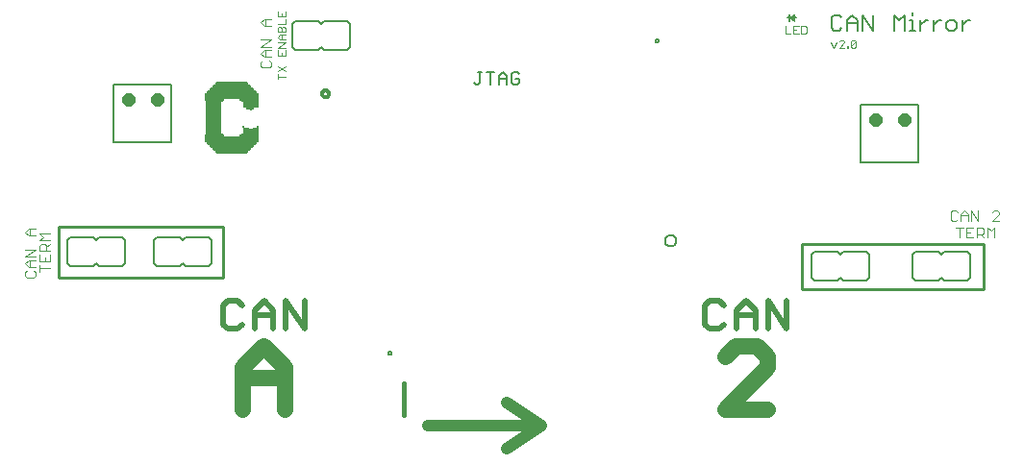
<source format=gto>
G75*
G70*
%OFA0B0*%
%FSLAX24Y24*%
%IPPOS*%
%LPD*%
%AMOC8*
5,1,8,0,0,1.08239X$1,22.5*
%
%ADD10C,0.0200*%
%ADD11C,0.0550*%
%ADD12C,0.0394*%
%ADD13C,0.0040*%
%ADD14C,0.0098*%
%ADD15C,0.0050*%
%ADD16C,0.0030*%
%ADD17C,0.0060*%
%ADD18C,0.0031*%
%ADD19C,0.0236*%
%ADD20C,0.0118*%
%ADD21C,0.0150*%
%ADD22R,0.1050X0.0050*%
%ADD23R,0.1150X0.0050*%
%ADD24R,0.1250X0.0050*%
%ADD25R,0.1350X0.0050*%
%ADD26R,0.1450X0.0050*%
%ADD27R,0.1550X0.0050*%
%ADD28R,0.1650X0.0050*%
%ADD29R,0.1750X0.0050*%
%ADD30R,0.1850X0.0050*%
%ADD31R,0.0650X0.0050*%
%ADD32R,0.0600X0.0050*%
%ADD33R,0.0550X0.0050*%
%ADD34R,0.0200X0.0050*%
%ADD35R,0.0050X0.0050*%
%ADD36R,0.0100X0.0050*%
%ADD37R,0.0300X0.0050*%
%ADD38R,0.1100X0.0050*%
D10*
X033594Y006194D02*
X033757Y006031D01*
X034085Y006031D01*
X034248Y006194D01*
X034681Y006031D02*
X034681Y006685D01*
X035009Y007013D01*
X035336Y006685D01*
X035336Y006031D01*
X035769Y006031D02*
X035769Y007013D01*
X036423Y006031D01*
X036423Y007013D01*
X035336Y006522D02*
X034681Y006522D01*
X033594Y006849D02*
X033594Y006194D01*
X033594Y006849D02*
X033757Y007013D01*
X034085Y007013D01*
X034248Y006849D01*
X050307Y006849D02*
X050307Y006194D01*
X050471Y006031D01*
X050798Y006031D01*
X050962Y006194D01*
X051395Y006031D02*
X051395Y006685D01*
X051722Y007013D01*
X052049Y006685D01*
X052049Y006031D01*
X052482Y006031D02*
X052482Y007013D01*
X053137Y006031D01*
X053137Y007013D01*
X052049Y006522D02*
X051395Y006522D01*
X050962Y006849D02*
X050798Y007013D01*
X050471Y007013D01*
X050307Y006849D01*
D11*
X051350Y005441D02*
X050982Y005073D01*
X051350Y005441D02*
X052086Y005441D01*
X052454Y005073D01*
X052454Y004705D01*
X050982Y003233D01*
X052454Y003233D01*
X035734Y003233D02*
X035734Y004705D01*
X034998Y005441D01*
X034262Y004705D01*
X034262Y003233D01*
X034262Y004337D02*
X035734Y004337D01*
D12*
X040680Y002683D02*
X044617Y002683D01*
X043436Y003470D01*
X044617Y002683D02*
X043436Y001895D01*
D13*
X026783Y007821D02*
X026724Y007880D01*
X026724Y007998D01*
X026783Y008057D01*
X026842Y008183D02*
X026724Y008301D01*
X026842Y008419D01*
X027078Y008419D01*
X027078Y008546D02*
X026724Y008546D01*
X027078Y008782D01*
X026724Y008782D01*
X026901Y008419D02*
X026901Y008183D01*
X026842Y008183D02*
X027078Y008183D01*
X027019Y008057D02*
X027078Y007998D01*
X027078Y007880D01*
X027019Y007821D01*
X026783Y007821D01*
X027236Y008022D02*
X027236Y008258D01*
X027236Y008140D02*
X027590Y008140D01*
X027590Y008384D02*
X027236Y008384D01*
X027236Y008620D01*
X027236Y008747D02*
X027236Y008924D01*
X027295Y008983D01*
X027413Y008983D01*
X027472Y008924D01*
X027472Y008747D01*
X027472Y008865D02*
X027590Y008983D01*
X027590Y009109D02*
X027236Y009109D01*
X027354Y009227D01*
X027236Y009345D01*
X027590Y009345D01*
X027078Y009271D02*
X026842Y009271D01*
X026724Y009389D01*
X026842Y009507D01*
X027078Y009507D01*
X026901Y009507D02*
X026901Y009271D01*
X027236Y008747D02*
X027590Y008747D01*
X027590Y008620D02*
X027590Y008384D01*
X027413Y008384D02*
X027413Y008502D01*
X034893Y015163D02*
X034952Y015104D01*
X035188Y015104D01*
X035247Y015163D01*
X035247Y015281D01*
X035188Y015340D01*
X035247Y015467D02*
X035011Y015467D01*
X034893Y015585D01*
X035011Y015703D01*
X035247Y015703D01*
X035247Y015829D02*
X034893Y015829D01*
X035247Y016065D01*
X034893Y016065D01*
X035070Y015703D02*
X035070Y015467D01*
X034952Y015340D02*
X034893Y015281D01*
X034893Y015163D01*
X035011Y016554D02*
X034893Y016672D01*
X035011Y016790D01*
X035247Y016790D01*
X035070Y016790D02*
X035070Y016554D01*
X035011Y016554D02*
X035247Y016554D01*
X058811Y010084D02*
X058811Y009848D01*
X058870Y009789D01*
X058988Y009789D01*
X059047Y009848D01*
X059173Y009789D02*
X059173Y010025D01*
X059291Y010143D01*
X059409Y010025D01*
X059409Y009789D01*
X059536Y009789D02*
X059536Y010143D01*
X059771Y009789D01*
X059771Y010143D01*
X059409Y009966D02*
X059173Y009966D01*
X059047Y010084D02*
X058988Y010143D01*
X058870Y010143D01*
X058811Y010084D01*
X059007Y009553D02*
X059243Y009553D01*
X059125Y009553D02*
X059125Y009199D01*
X059370Y009199D02*
X059370Y009553D01*
X059606Y009553D01*
X059732Y009553D02*
X059909Y009553D01*
X059968Y009494D01*
X059968Y009376D01*
X059909Y009317D01*
X059732Y009317D01*
X059732Y009199D02*
X059732Y009553D01*
X059850Y009317D02*
X059968Y009199D01*
X060095Y009199D02*
X060095Y009553D01*
X060213Y009435D01*
X060331Y009553D01*
X060331Y009199D01*
X059606Y009199D02*
X059370Y009199D01*
X059370Y009376D02*
X059488Y009376D01*
X060260Y009789D02*
X060496Y010025D01*
X060496Y010084D01*
X060437Y010143D01*
X060319Y010143D01*
X060260Y010084D01*
X060260Y009789D02*
X060496Y009789D01*
D14*
X059972Y008982D02*
X059972Y007407D01*
X053672Y007407D01*
X053672Y008982D01*
X059972Y008982D01*
X033594Y009573D02*
X033594Y007801D01*
X027885Y007801D01*
X027885Y009573D01*
X033594Y009573D01*
D15*
X031807Y012502D02*
X029807Y012502D01*
X029807Y014502D01*
X031807Y014502D01*
X031807Y012502D01*
X042280Y014589D02*
X042351Y014519D01*
X042421Y014519D01*
X042491Y014589D01*
X042491Y014942D01*
X042421Y014942D02*
X042562Y014942D01*
X042715Y014942D02*
X042997Y014942D01*
X042856Y014942D02*
X042856Y014519D01*
X043150Y014519D02*
X043150Y014801D01*
X043291Y014942D01*
X043432Y014801D01*
X043432Y014519D01*
X043585Y014589D02*
X043656Y014519D01*
X043796Y014519D01*
X043867Y014589D01*
X043867Y014730D01*
X043726Y014730D01*
X043585Y014871D02*
X043585Y014589D01*
X043432Y014730D02*
X043150Y014730D01*
X043585Y014871D02*
X043656Y014942D01*
X043796Y014942D01*
X043867Y014871D01*
X048577Y016025D02*
X048579Y016039D01*
X048585Y016053D01*
X048593Y016065D01*
X048605Y016073D01*
X048619Y016079D01*
X048633Y016081D01*
X048647Y016079D01*
X048661Y016073D01*
X048673Y016065D01*
X048681Y016053D01*
X048687Y016039D01*
X048689Y016025D01*
X048687Y016011D01*
X048681Y015997D01*
X048673Y015985D01*
X048661Y015977D01*
X048647Y015971D01*
X048633Y015969D01*
X048619Y015971D01*
X048605Y015977D01*
X048593Y015985D01*
X048585Y015997D01*
X048579Y016011D01*
X048577Y016025D01*
X053151Y016844D02*
X053230Y016844D01*
X053230Y016726D01*
X053230Y016844D02*
X053230Y016962D01*
X053387Y016844D02*
X053466Y016844D01*
X055707Y013802D02*
X057707Y013802D01*
X057707Y011802D01*
X055707Y011802D01*
X055707Y013802D01*
X048910Y009096D02*
X048912Y009123D01*
X048918Y009150D01*
X048927Y009176D01*
X048940Y009200D01*
X048956Y009223D01*
X048975Y009242D01*
X048997Y009259D01*
X049021Y009273D01*
X049046Y009283D01*
X049073Y009290D01*
X049100Y009293D01*
X049128Y009292D01*
X049155Y009287D01*
X049181Y009279D01*
X049205Y009267D01*
X049228Y009251D01*
X049249Y009233D01*
X049266Y009212D01*
X049281Y009188D01*
X049292Y009163D01*
X049300Y009137D01*
X049304Y009110D01*
X049304Y009082D01*
X049300Y009055D01*
X049292Y009029D01*
X049281Y009004D01*
X049266Y008980D01*
X049249Y008959D01*
X049228Y008941D01*
X049206Y008925D01*
X049181Y008913D01*
X049155Y008905D01*
X049128Y008900D01*
X049100Y008899D01*
X049073Y008902D01*
X049046Y008909D01*
X049021Y008919D01*
X048997Y008933D01*
X048975Y008950D01*
X048956Y008969D01*
X048940Y008992D01*
X048927Y009016D01*
X048918Y009042D01*
X048912Y009069D01*
X048910Y009096D01*
X039325Y005200D02*
X039327Y005214D01*
X039333Y005228D01*
X039341Y005240D01*
X039353Y005248D01*
X039367Y005254D01*
X039381Y005256D01*
X039395Y005254D01*
X039409Y005248D01*
X039421Y005240D01*
X039429Y005228D01*
X039435Y005214D01*
X039437Y005200D01*
X039435Y005186D01*
X039429Y005172D01*
X039421Y005160D01*
X039409Y005152D01*
X039395Y005146D01*
X039381Y005144D01*
X039367Y005146D01*
X039353Y005152D01*
X039341Y005160D01*
X039333Y005172D01*
X039327Y005186D01*
X039325Y005200D01*
D16*
X035744Y014794D02*
X035479Y014794D01*
X035479Y014706D02*
X035479Y014883D01*
X035479Y014978D02*
X035744Y015155D01*
X035744Y014978D02*
X035479Y015155D01*
X035479Y015521D02*
X035744Y015521D01*
X035744Y015698D01*
X035744Y015793D02*
X035479Y015793D01*
X035744Y015970D01*
X035479Y015970D01*
X035567Y016065D02*
X035479Y016153D01*
X035567Y016242D01*
X035744Y016242D01*
X035744Y016337D02*
X035744Y016470D01*
X035700Y016514D01*
X035656Y016514D01*
X035611Y016470D01*
X035611Y016337D01*
X035611Y016242D02*
X035611Y016065D01*
X035567Y016065D02*
X035744Y016065D01*
X035744Y016337D02*
X035479Y016337D01*
X035479Y016470D01*
X035523Y016514D01*
X035567Y016514D01*
X035611Y016470D01*
X035479Y016609D02*
X035744Y016609D01*
X035744Y016786D01*
X035744Y016881D02*
X035744Y017057D01*
X035611Y016969D02*
X035611Y016881D01*
X035479Y016881D02*
X035744Y016881D01*
X035479Y016881D02*
X035479Y017057D01*
X035479Y015698D02*
X035479Y015521D01*
X035611Y015521D02*
X035611Y015610D01*
X053097Y016281D02*
X053274Y016281D01*
X053369Y016281D02*
X053546Y016281D01*
X053641Y016281D02*
X053773Y016281D01*
X053818Y016325D01*
X053818Y016502D01*
X053773Y016546D01*
X053641Y016546D01*
X053641Y016281D01*
X053457Y016413D02*
X053369Y016413D01*
X053369Y016281D02*
X053369Y016546D01*
X053546Y016546D01*
X053097Y016546D02*
X053097Y016281D01*
X054672Y015965D02*
X054760Y015788D01*
X054849Y015965D01*
X054944Y016010D02*
X054988Y016054D01*
X055076Y016054D01*
X055121Y016010D01*
X055121Y015965D01*
X054944Y015788D01*
X055121Y015788D01*
X055215Y015788D02*
X055260Y015788D01*
X055260Y015833D01*
X055215Y015833D01*
X055215Y015788D01*
X055351Y015833D02*
X055528Y016010D01*
X055528Y015833D01*
X055484Y015788D01*
X055396Y015788D01*
X055351Y015833D01*
X055351Y016010D01*
X055396Y016054D01*
X055484Y016054D01*
X055528Y016010D01*
D17*
X055584Y016394D02*
X055584Y016748D01*
X055407Y016925D01*
X055230Y016748D01*
X055230Y016394D01*
X055041Y016482D02*
X054952Y016394D01*
X054775Y016394D01*
X054687Y016482D01*
X054687Y016836D01*
X054775Y016925D01*
X054952Y016925D01*
X055041Y016836D01*
X055230Y016659D02*
X055584Y016659D01*
X055774Y016394D02*
X055774Y016925D01*
X056128Y016394D01*
X056128Y016925D01*
X056862Y016925D02*
X057039Y016748D01*
X057216Y016925D01*
X057216Y016394D01*
X057405Y016394D02*
X057582Y016394D01*
X057494Y016394D02*
X057494Y016748D01*
X057405Y016748D01*
X057494Y016925D02*
X057494Y017013D01*
X057768Y016748D02*
X057768Y016394D01*
X057768Y016571D02*
X057945Y016748D01*
X058033Y016748D01*
X058221Y016748D02*
X058221Y016394D01*
X058221Y016571D02*
X058398Y016748D01*
X058486Y016748D01*
X058674Y016659D02*
X058674Y016482D01*
X058763Y016394D01*
X058940Y016394D01*
X059028Y016482D01*
X059028Y016659D01*
X058940Y016748D01*
X058763Y016748D01*
X058674Y016659D01*
X059218Y016571D02*
X059395Y016748D01*
X059483Y016748D01*
X059218Y016748D02*
X059218Y016394D01*
X056862Y016394D02*
X056862Y016925D01*
X057607Y008702D02*
X058407Y008702D01*
X058507Y008602D01*
X058607Y008702D01*
X059407Y008702D01*
X059507Y008602D01*
X059507Y007802D01*
X059407Y007702D01*
X058607Y007702D01*
X058507Y007802D01*
X058407Y007702D01*
X057607Y007702D01*
X057507Y007802D01*
X057507Y008602D01*
X057607Y008702D01*
X056007Y008602D02*
X056007Y007802D01*
X055907Y007702D01*
X055107Y007702D01*
X055007Y007802D01*
X054907Y007702D01*
X054107Y007702D01*
X054007Y007802D01*
X054007Y008602D01*
X054107Y008702D01*
X054907Y008702D01*
X055007Y008602D01*
X055107Y008702D01*
X055907Y008702D01*
X056007Y008602D01*
X038007Y015802D02*
X038007Y016602D01*
X037907Y016702D01*
X037107Y016702D01*
X037007Y016602D01*
X036907Y016702D01*
X036107Y016702D01*
X036007Y016602D01*
X036007Y015802D01*
X036107Y015702D01*
X036907Y015702D01*
X037007Y015802D01*
X037107Y015702D01*
X037907Y015702D01*
X038007Y015802D01*
X033107Y009202D02*
X032307Y009202D01*
X032207Y009102D01*
X032107Y009202D01*
X031307Y009202D01*
X031207Y009102D01*
X031207Y008302D01*
X031307Y008202D01*
X032107Y008202D01*
X032207Y008302D01*
X032307Y008202D01*
X033107Y008202D01*
X033207Y008302D01*
X033207Y009102D01*
X033107Y009202D01*
X030207Y009102D02*
X030207Y008302D01*
X030107Y008202D01*
X029307Y008202D01*
X029207Y008302D01*
X029107Y008202D01*
X028307Y008202D01*
X028207Y008302D01*
X028207Y009102D01*
X028307Y009202D01*
X029107Y009202D01*
X029207Y009102D01*
X029307Y009202D01*
X030107Y009202D01*
X030207Y009102D01*
D18*
X053230Y016844D02*
X053387Y016726D01*
X053387Y016962D01*
X053230Y016844D01*
X053240Y016852D02*
X053387Y016852D01*
X053387Y016882D02*
X053280Y016882D01*
X053320Y016912D02*
X053387Y016912D01*
X053387Y016942D02*
X053360Y016942D01*
X053387Y016822D02*
X053260Y016822D01*
X053300Y016792D02*
X053387Y016792D01*
X053387Y016762D02*
X053340Y016762D01*
X053380Y016732D02*
X053387Y016732D01*
D19*
X056089Y013302D02*
X056091Y013323D01*
X056097Y013343D01*
X056106Y013363D01*
X056118Y013380D01*
X056133Y013394D01*
X056151Y013406D01*
X056171Y013414D01*
X056191Y013419D01*
X056212Y013420D01*
X056233Y013417D01*
X056253Y013411D01*
X056272Y013400D01*
X056289Y013387D01*
X056302Y013371D01*
X056313Y013353D01*
X056321Y013333D01*
X056325Y013313D01*
X056325Y013291D01*
X056321Y013271D01*
X056313Y013251D01*
X056302Y013233D01*
X056289Y013217D01*
X056272Y013204D01*
X056253Y013193D01*
X056233Y013187D01*
X056212Y013184D01*
X056191Y013185D01*
X056171Y013190D01*
X056151Y013198D01*
X056133Y013210D01*
X056118Y013224D01*
X056106Y013241D01*
X056097Y013261D01*
X056091Y013281D01*
X056089Y013302D01*
X057089Y013302D02*
X057091Y013323D01*
X057097Y013343D01*
X057106Y013363D01*
X057118Y013380D01*
X057133Y013394D01*
X057151Y013406D01*
X057171Y013414D01*
X057191Y013419D01*
X057212Y013420D01*
X057233Y013417D01*
X057253Y013411D01*
X057272Y013400D01*
X057289Y013387D01*
X057302Y013371D01*
X057313Y013353D01*
X057321Y013333D01*
X057325Y013313D01*
X057325Y013291D01*
X057321Y013271D01*
X057313Y013251D01*
X057302Y013233D01*
X057289Y013217D01*
X057272Y013204D01*
X057253Y013193D01*
X057233Y013187D01*
X057212Y013184D01*
X057191Y013185D01*
X057171Y013190D01*
X057151Y013198D01*
X057133Y013210D01*
X057118Y013224D01*
X057106Y013241D01*
X057097Y013261D01*
X057091Y013281D01*
X057089Y013302D01*
X031189Y014002D02*
X031191Y014023D01*
X031197Y014043D01*
X031206Y014063D01*
X031218Y014080D01*
X031233Y014094D01*
X031251Y014106D01*
X031271Y014114D01*
X031291Y014119D01*
X031312Y014120D01*
X031333Y014117D01*
X031353Y014111D01*
X031372Y014100D01*
X031389Y014087D01*
X031402Y014071D01*
X031413Y014053D01*
X031421Y014033D01*
X031425Y014013D01*
X031425Y013991D01*
X031421Y013971D01*
X031413Y013951D01*
X031402Y013933D01*
X031389Y013917D01*
X031372Y013904D01*
X031353Y013893D01*
X031333Y013887D01*
X031312Y013884D01*
X031291Y013885D01*
X031271Y013890D01*
X031251Y013898D01*
X031233Y013910D01*
X031218Y013924D01*
X031206Y013941D01*
X031197Y013961D01*
X031191Y013981D01*
X031189Y014002D01*
X030189Y014002D02*
X030191Y014023D01*
X030197Y014043D01*
X030206Y014063D01*
X030218Y014080D01*
X030233Y014094D01*
X030251Y014106D01*
X030271Y014114D01*
X030291Y014119D01*
X030312Y014120D01*
X030333Y014117D01*
X030353Y014111D01*
X030372Y014100D01*
X030389Y014087D01*
X030402Y014071D01*
X030413Y014053D01*
X030421Y014033D01*
X030425Y014013D01*
X030425Y013991D01*
X030421Y013971D01*
X030413Y013951D01*
X030402Y013933D01*
X030389Y013917D01*
X030372Y013904D01*
X030353Y013893D01*
X030333Y013887D01*
X030312Y013884D01*
X030291Y013885D01*
X030271Y013890D01*
X030251Y013898D01*
X030233Y013910D01*
X030218Y013924D01*
X030206Y013941D01*
X030197Y013961D01*
X030191Y013981D01*
X030189Y014002D01*
D20*
X037026Y014191D02*
X037028Y014212D01*
X037034Y014232D01*
X037043Y014252D01*
X037055Y014269D01*
X037070Y014283D01*
X037088Y014295D01*
X037108Y014303D01*
X037128Y014308D01*
X037149Y014309D01*
X037170Y014306D01*
X037190Y014300D01*
X037209Y014289D01*
X037226Y014276D01*
X037239Y014260D01*
X037250Y014242D01*
X037258Y014222D01*
X037262Y014202D01*
X037262Y014180D01*
X037258Y014160D01*
X037250Y014140D01*
X037239Y014122D01*
X037226Y014106D01*
X037209Y014093D01*
X037190Y014082D01*
X037170Y014076D01*
X037149Y014073D01*
X037128Y014074D01*
X037108Y014079D01*
X037088Y014087D01*
X037070Y014099D01*
X037055Y014113D01*
X037043Y014130D01*
X037034Y014150D01*
X037028Y014170D01*
X037026Y014191D01*
D21*
X039857Y004133D02*
X039857Y003051D01*
D22*
X033903Y012132D03*
D23*
X033903Y012182D03*
X033903Y014532D03*
D24*
X033903Y014482D03*
X033903Y012232D03*
D25*
X033903Y012282D03*
X033903Y014432D03*
D26*
X033903Y014382D03*
X033903Y012332D03*
D27*
X033903Y012382D03*
X033903Y014332D03*
D28*
X033903Y014282D03*
X033903Y012432D03*
D29*
X033903Y012482D03*
X033903Y014232D03*
D30*
X033903Y014182D03*
X033903Y014132D03*
X033903Y014082D03*
X033903Y014032D03*
X033903Y012682D03*
X033903Y012632D03*
X033903Y012582D03*
X033903Y012532D03*
D31*
X033303Y012732D03*
X034503Y012732D03*
X034503Y013982D03*
X033303Y013982D03*
D32*
X033278Y013932D03*
X034528Y013932D03*
X034528Y012782D03*
X033278Y012782D03*
D33*
X033253Y012832D03*
X033253Y012882D03*
X033253Y012932D03*
X033253Y012982D03*
X033253Y013032D03*
X033253Y013082D03*
X033253Y013132D03*
X033253Y013182D03*
X033253Y013232D03*
X033253Y013282D03*
X033253Y013332D03*
X033253Y013382D03*
X033253Y013432D03*
X033253Y013482D03*
X033253Y013532D03*
X033253Y013582D03*
X033253Y013632D03*
X033253Y013682D03*
X033253Y013732D03*
X033253Y013782D03*
X033253Y013832D03*
X033253Y013882D03*
X034553Y013882D03*
X034553Y013832D03*
X034553Y013782D03*
X034553Y013732D03*
X034553Y012932D03*
X034553Y012882D03*
X034553Y012832D03*
D34*
X034378Y012982D03*
X034728Y012982D03*
D35*
X034303Y013032D03*
X034553Y013632D03*
D36*
X034778Y013032D03*
D37*
X034528Y013682D03*
D38*
X033878Y014582D03*
M02*

</source>
